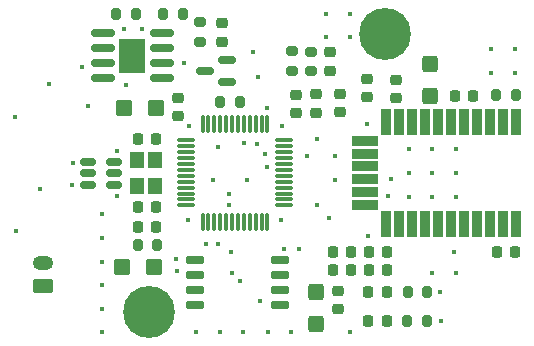
<source format=gbr>
G04 #@! TF.GenerationSoftware,KiCad,Pcbnew,6.0.11-2627ca5db0~126~ubuntu22.04.1*
G04 #@! TF.CreationDate,2023-11-29T16:22:24+00:00*
G04 #@! TF.ProjectId,GeoLoc,47656f4c-6f63-42e6-9b69-6361645f7063,rev?*
G04 #@! TF.SameCoordinates,PX44794c0PY22243c0*
G04 #@! TF.FileFunction,Soldermask,Top*
G04 #@! TF.FilePolarity,Negative*
%FSLAX45Y45*%
G04 Gerber Fmt 4.5, Leading zero omitted, Abs format (unit mm)*
G04 Created by KiCad (PCBNEW 6.0.11-2627ca5db0~126~ubuntu22.04.1) date 2023-11-29 16:22:24*
%MOMM*%
%LPD*%
G01*
G04 APERTURE LIST*
G04 Aperture macros list*
%AMRoundRect*
0 Rectangle with rounded corners*
0 $1 Rounding radius*
0 $2 $3 $4 $5 $6 $7 $8 $9 X,Y pos of 4 corners*
0 Add a 4 corners polygon primitive as box body*
4,1,4,$2,$3,$4,$5,$6,$7,$8,$9,$2,$3,0*
0 Add four circle primitives for the rounded corners*
1,1,$1+$1,$2,$3*
1,1,$1+$1,$4,$5*
1,1,$1+$1,$6,$7*
1,1,$1+$1,$8,$9*
0 Add four rect primitives between the rounded corners*
20,1,$1+$1,$2,$3,$4,$5,0*
20,1,$1+$1,$4,$5,$6,$7,0*
20,1,$1+$1,$6,$7,$8,$9,0*
20,1,$1+$1,$8,$9,$2,$3,0*%
G04 Aperture macros list end*
%ADD10RoundRect,0.250000X0.625000X-0.350000X0.625000X0.350000X-0.625000X0.350000X-0.625000X-0.350000X0*%
%ADD11O,1.750000X1.200000*%
%ADD12RoundRect,0.150000X0.587500X0.150000X-0.587500X0.150000X-0.587500X-0.150000X0.587500X-0.150000X0*%
%ADD13C,4.400000*%
%ADD14RoundRect,0.200000X0.200000X0.275000X-0.200000X0.275000X-0.200000X-0.275000X0.200000X-0.275000X0*%
%ADD15RoundRect,0.218750X0.218750X0.256250X-0.218750X0.256250X-0.218750X-0.256250X0.218750X-0.256250X0*%
%ADD16RoundRect,0.250000X0.450000X0.425000X-0.450000X0.425000X-0.450000X-0.425000X0.450000X-0.425000X0*%
%ADD17R,1.200000X1.400000*%
%ADD18RoundRect,0.075000X-0.075000X-0.662500X0.075000X-0.662500X0.075000X0.662500X-0.075000X0.662500X0*%
%ADD19RoundRect,0.075000X-0.662500X-0.075000X0.662500X-0.075000X0.662500X0.075000X-0.662500X0.075000X0*%
%ADD20RoundRect,0.225000X-0.250000X0.225000X-0.250000X-0.225000X0.250000X-0.225000X0.250000X0.225000X0*%
%ADD21RoundRect,0.225000X0.225000X0.250000X-0.225000X0.250000X-0.225000X-0.250000X0.225000X-0.250000X0*%
%ADD22RoundRect,0.150000X-0.825000X-0.150000X0.825000X-0.150000X0.825000X0.150000X-0.825000X0.150000X0*%
%ADD23R,2.290000X3.000000*%
%ADD24RoundRect,0.225000X-0.225000X-0.250000X0.225000X-0.250000X0.225000X0.250000X-0.225000X0.250000X0*%
%ADD25RoundRect,0.250000X-0.450000X-0.425000X0.450000X-0.425000X0.450000X0.425000X-0.450000X0.425000X0*%
%ADD26RoundRect,0.218750X-0.218750X-0.256250X0.218750X-0.256250X0.218750X0.256250X-0.218750X0.256250X0*%
%ADD27RoundRect,0.225000X0.250000X-0.225000X0.250000X0.225000X-0.250000X0.225000X-0.250000X-0.225000X0*%
%ADD28RoundRect,0.150000X-0.512500X-0.150000X0.512500X-0.150000X0.512500X0.150000X-0.512500X0.150000X0*%
%ADD29RoundRect,0.200000X0.275000X-0.200000X0.275000X0.200000X-0.275000X0.200000X-0.275000X-0.200000X0*%
%ADD30RoundRect,0.150000X-0.650000X-0.150000X0.650000X-0.150000X0.650000X0.150000X-0.650000X0.150000X0*%
%ADD31RoundRect,0.102000X-0.350000X1.000000X-0.350000X-1.000000X0.350000X-1.000000X0.350000X1.000000X0*%
%ADD32RoundRect,0.102000X-1.000000X0.350000X-1.000000X-0.350000X1.000000X-0.350000X1.000000X0.350000X0*%
%ADD33RoundRect,0.218750X-0.256250X0.218750X-0.256250X-0.218750X0.256250X-0.218750X0.256250X0.218750X0*%
%ADD34RoundRect,0.250000X-0.425000X0.450000X-0.425000X-0.450000X0.425000X-0.450000X0.425000X0.450000X0*%
%ADD35RoundRect,0.200000X-0.275000X0.200000X-0.275000X-0.200000X0.275000X-0.200000X0.275000X0.200000X0*%
%ADD36RoundRect,0.250000X0.425000X-0.450000X0.425000X0.450000X-0.425000X0.450000X-0.425000X-0.450000X0*%
%ADD37C,0.400000*%
G04 APERTURE END LIST*
D10*
X307000Y-2410000D03*
D11*
X307000Y-2210000D03*
D12*
X1861750Y-681000D03*
X1861750Y-491000D03*
X1674250Y-586000D03*
D13*
X1200000Y-2625000D03*
X3200000Y-275000D03*
D14*
X3554500Y-2458000D03*
X3389500Y-2458000D03*
X3388500Y-2701000D03*
X3553500Y-2701000D03*
D15*
X3214250Y-2456000D03*
X3056750Y-2456000D03*
X3212750Y-2706000D03*
X3055250Y-2706000D03*
D16*
X1245000Y-2249000D03*
X975000Y-2249000D03*
D17*
X1095500Y-1340000D03*
X1095500Y-1560000D03*
X1255500Y-1560000D03*
X1255500Y-1340000D03*
D18*
X1654000Y-1032750D03*
X1704000Y-1032750D03*
X1754000Y-1032750D03*
X1804000Y-1032750D03*
X1854000Y-1032750D03*
X1904000Y-1032750D03*
X1954000Y-1032750D03*
X2004000Y-1032750D03*
X2054000Y-1032750D03*
X2104000Y-1032750D03*
X2154000Y-1032750D03*
X2204000Y-1032750D03*
D19*
X2345250Y-1174000D03*
X2345250Y-1224000D03*
X2345250Y-1274000D03*
X2345250Y-1324000D03*
X2345250Y-1374000D03*
X2345250Y-1424000D03*
X2345250Y-1474000D03*
X2345250Y-1524000D03*
X2345250Y-1574000D03*
X2345250Y-1624000D03*
X2345250Y-1674000D03*
X2345250Y-1724000D03*
D18*
X2204000Y-1865250D03*
X2154000Y-1865250D03*
X2104000Y-1865250D03*
X2054000Y-1865250D03*
X2004000Y-1865250D03*
X1954000Y-1865250D03*
X1904000Y-1865250D03*
X1854000Y-1865250D03*
X1804000Y-1865250D03*
X1754000Y-1865250D03*
X1704000Y-1865250D03*
X1654000Y-1865250D03*
D19*
X1512750Y-1724000D03*
X1512750Y-1674000D03*
X1512750Y-1624000D03*
X1512750Y-1574000D03*
X1512750Y-1524000D03*
X1512750Y-1474000D03*
X1512750Y-1424000D03*
X1512750Y-1374000D03*
X1512750Y-1324000D03*
X1512750Y-1274000D03*
X1512750Y-1224000D03*
X1512750Y-1174000D03*
D20*
X1447800Y-811500D03*
X1447800Y-966500D03*
D21*
X2914500Y-2274000D03*
X2759500Y-2274000D03*
D22*
X812500Y-268500D03*
X812500Y-395500D03*
X812500Y-522500D03*
X812500Y-649500D03*
X1307500Y-649500D03*
X1307500Y-522500D03*
X1307500Y-395500D03*
X1307500Y-268500D03*
D23*
X1060000Y-459000D03*
D24*
X1108500Y-1908000D03*
X1263500Y-1908000D03*
D25*
X989250Y-897000D03*
X1259250Y-897000D03*
D26*
X3061250Y-2116000D03*
X3218750Y-2116000D03*
D27*
X3048000Y-806500D03*
X3048000Y-651500D03*
D28*
X680250Y-1358000D03*
X680250Y-1453000D03*
X680250Y-1548000D03*
X907750Y-1548000D03*
X907750Y-1453000D03*
X907750Y-1358000D03*
D14*
X1803500Y-846000D03*
X1968500Y-846000D03*
X1269500Y-2061000D03*
X1104500Y-2061000D03*
D29*
X1636000Y-339500D03*
X1636000Y-174500D03*
D30*
X1587000Y-2182500D03*
X1587000Y-2309500D03*
X1587000Y-2436500D03*
X1587000Y-2563500D03*
X2307000Y-2563500D03*
X2307000Y-2436500D03*
X2307000Y-2309500D03*
X2307000Y-2182500D03*
D14*
X1484500Y-106000D03*
X1319500Y-106000D03*
D27*
X2817000Y-937500D03*
X2817000Y-782500D03*
D14*
X4140500Y-793000D03*
X4305500Y-793000D03*
D31*
X4308000Y-1020000D03*
X4198000Y-1020000D03*
X4088000Y-1020000D03*
X3978000Y-1020000D03*
X3868000Y-1020000D03*
X3758000Y-1020000D03*
X3648000Y-1020000D03*
X3538000Y-1020000D03*
X3428000Y-1020000D03*
X3318000Y-1020000D03*
X3208000Y-1020000D03*
D32*
X3028000Y-1175000D03*
X3028000Y-1285000D03*
X3028000Y-1395000D03*
X3028000Y-1505000D03*
X3028000Y-1615000D03*
X3028000Y-1725000D03*
D31*
X3208000Y-1884000D03*
X3318000Y-1884000D03*
X3428000Y-1884000D03*
X3538000Y-1884000D03*
X3648000Y-1884000D03*
X3758000Y-1884000D03*
X3868000Y-1884000D03*
X3978000Y-1884000D03*
X4088000Y-1884000D03*
X4198000Y-1884000D03*
X4308000Y-1884000D03*
D27*
X2618000Y-939500D03*
X2618000Y-784500D03*
X2443000Y-940500D03*
X2443000Y-785500D03*
D33*
X1818000Y-181250D03*
X1818000Y-338750D03*
D34*
X2618000Y-2456000D03*
X2618000Y-2726000D03*
D21*
X3945500Y-795000D03*
X3790500Y-795000D03*
D24*
X1261500Y-1158000D03*
X1106500Y-1158000D03*
D35*
X2573000Y-421500D03*
X2573000Y-586500D03*
D29*
X2413000Y-585500D03*
X2413000Y-420500D03*
D27*
X3295000Y-814500D03*
X3295000Y-659500D03*
D14*
X1087500Y-105000D03*
X922500Y-105000D03*
D26*
X4302750Y-2119000D03*
X4145250Y-2119000D03*
X3061250Y-2273000D03*
X3218750Y-2273000D03*
D21*
X1108000Y-1736000D03*
X1263000Y-1736000D03*
D36*
X3576000Y-794750D03*
X3576000Y-524750D03*
D21*
X2914500Y-2116000D03*
X2759500Y-2116000D03*
D27*
X2802000Y-2605500D03*
X2802000Y-2450500D03*
X2732000Y-427500D03*
X2732000Y-582500D03*
D37*
X2900000Y-300000D03*
X2700000Y-300000D03*
X2700000Y-100000D03*
X800000Y-1800000D03*
X800000Y-2200000D03*
X800000Y-2000000D03*
X800000Y-2800000D03*
X800000Y-2400000D03*
X800000Y-2600000D03*
X3600000Y-2300000D03*
X3800000Y-2300000D03*
X3669000Y-2705000D03*
X3664000Y-2456000D03*
X1905304Y-2293388D03*
X1973100Y-2366830D03*
X67000Y-977000D03*
X78000Y-1941000D03*
X356000Y-699000D03*
X635000Y-553000D03*
X1141000Y-234000D03*
X992000Y-234000D03*
X1003000Y-709000D03*
X683000Y-881000D03*
X278000Y-1585000D03*
X928000Y-1263000D03*
X2726000Y-1833000D03*
X2322000Y-1845000D03*
X1536000Y-1052000D03*
X2325000Y-1053000D03*
X1533000Y-1844000D03*
X1741000Y-1511000D03*
X2779000Y-1310000D03*
X2779000Y-1510000D03*
X4100000Y-600000D03*
X4100000Y-400000D03*
X4300000Y-400000D03*
X4300000Y-600000D03*
X2900000Y-100000D03*
X2404305Y-2800000D03*
X2900000Y-2800000D03*
X1600000Y-2800000D03*
X2000000Y-2800000D03*
X2210604Y-2800000D03*
X1800000Y-2800000D03*
X3800000Y-1450000D03*
X3600000Y-1250000D03*
X3600000Y-1650000D03*
X3600000Y-1450000D03*
X3400000Y-1450000D03*
X3800000Y-1250000D03*
X3800000Y-1650000D03*
X3400000Y-1650000D03*
X3400000Y-1250000D03*
X2027000Y-1510000D03*
X1782000Y-1233000D03*
X3046000Y-1031000D03*
X2471000Y-2091350D03*
X3783000Y-2117000D03*
X2537000Y-1307000D03*
X2202000Y-897000D03*
X2138000Y-2530000D03*
X2341000Y-2091350D03*
X1430000Y-2176000D03*
X1879000Y-1724000D03*
X1437269Y-2275686D03*
X1876000Y-1624000D03*
X1891650Y-2115039D03*
X3057000Y-1980000D03*
X1681631Y-2051531D03*
X3250000Y-1504000D03*
X1781550Y-2054030D03*
X3223000Y-1645000D03*
X2619000Y-1722000D03*
X2619000Y-1159000D03*
X2116000Y-1201000D03*
X2004000Y-1193000D03*
X2121176Y-635364D03*
X1495000Y-521000D03*
X2085000Y-423000D03*
X552998Y-1550002D03*
X556000Y-1362000D03*
X927750Y-1642750D03*
X2199000Y-1399000D03*
X2186000Y-1287000D03*
M02*

</source>
